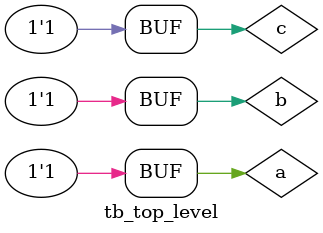
<source format=v>
`timescale 10ns / 1ns
module tb_top_level;
    reg a, b, c;
    wire o1, o2, o3;
    top_level top_level_test(.a(a), .b(b), .c(c), .o1(o1), .o2(o2), .o3(o3));
    initial begin
        a = 0; b = 0; c = 0; #10;
        a = 0; b = 0; c = 1; #10;
        a = 0; b = 1; c = 0; #10;
        a = 0; b = 1; c = 1; #10;
        a = 1; b = 0; c = 0; #10;
        a = 1; b = 0; c = 1; #10;
        a = 1; b = 1; c = 0; #10;
        a = 1; b = 1; c = 1; #10;
    end
endmodule

</source>
